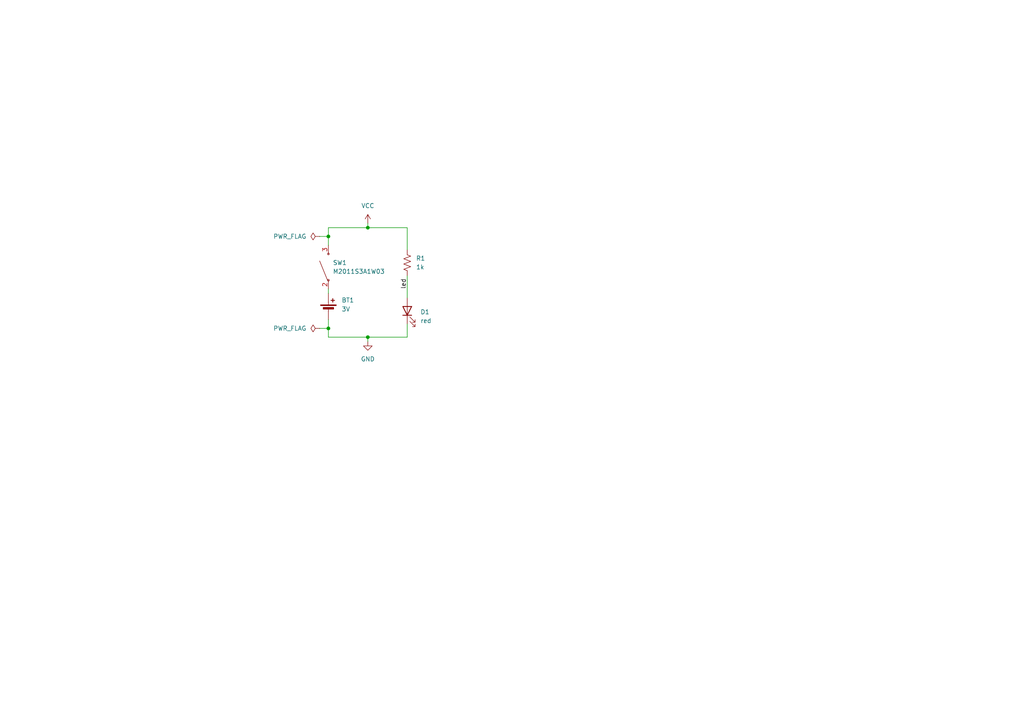
<source format=kicad_sch>
(kicad_sch (version 20231120) (generator "eeschema") (generator_version "8.0")
  (paper "A4")
  (title_block (title "Getting Started in KiCad 8.0") (date "2024-10-01"))
  (lib_symbols
    (symbol "Device:Battery_Cell" (pin_numbers hide) (pin_names (offset 0) hide)
      (property "Reference" "BT" (at 2.54 2.54 0))
      (property "Value" "Battery_Cell" (at 2.54 0 0))
      (symbol "Battery_Cell_0_1"
        (rectangle (start -2.286 1.778) (end 2.286 1.524) (fill (type outline)))
        (rectangle (start -1.524 1.016) (end 1.524 0.508) (fill (type outline)))
        (polyline (pts (xy 0 0.762) (xy 0 0)))
        (polyline (pts (xy 0 1.778) (xy 0 2.54)))
        (polyline (pts (xy 0.762 3.048) (xy 1.778 3.048)) (stroke (width 0.254)))
        (polyline (pts (xy 1.27 3.556) (xy 1.27 2.54)) (stroke (width 0.254)))
      )
      (symbol "Battery_Cell_1_1"
        (pin passive line (at 0 5.08 270) (length 2.54) (name "+") (number "1"))
        (pin passive line (at 0 -2.54 90) (length 2.54) (name "-") (number "2"))
      )
    )
    (symbol "Device:LED" (pin_numbers hide) (pin_names (offset 1.016) hide)
      (property "Reference" "D" (at 0 2.54 0))
      (property "Value" "LED" (at 0 -2.54 0))
      (symbol "LED_0_1"
        (polyline (pts (xy -1.27 -1.27) (xy -1.27 1.27)) (stroke (width 0.254)))
        (polyline (pts (xy -1.27 0) (xy 1.27 0)))
        (polyline (pts (xy 1.27 -1.27) (xy 1.27 1.27) (xy -1.27 0) (xy 1.27 -1.27)) (stroke (width 0.254)))
        (polyline (pts (xy -3.048 -0.762) (xy -4.572 -2.286) (xy -3.81 -2.286) (xy -4.572 -2.286) (xy -4.572 -1.524)))
        (polyline (pts (xy -1.778 -0.762) (xy -3.302 -2.286) (xy -2.54 -2.286) (xy -3.302 -2.286) (xy -3.302 -1.524)))
      )
      (symbol "LED_1_1"
        (pin passive line (at -3.81 0 0) (length 2.54) (name "K") (number "1"))
        (pin passive line (at 3.81 0 180) (length 2.54) (name "A") (number "2"))
      )
    )
    (symbol "Device:R_US" (pin_numbers hide) (pin_names (offset 0))
      (property "Reference" "R" (at 2.54 0 90))
      (property "Value" "R_US" (at -2.54 0 90))
      (symbol "R_US_0_1"
        (polyline (pts (xy 0 -2.286) (xy 0 -2.54)))
        (polyline (pts (xy 0 2.286) (xy 0 2.54)))
        (polyline (pts (xy 0 -0.762) (xy 1.016 -1.143) (xy 0 -1.524) (xy -1.016 -1.905) (xy 0 -2.286)))
        (polyline (pts (xy 0 0.762) (xy 1.016 0.381) (xy 0 0) (xy -1.016 -0.381) (xy 0 -0.762)))
        (polyline (pts (xy 0 2.286) (xy 1.016 1.905) (xy 0 1.524) (xy -1.016 1.143) (xy 0 0.762)))
      )
      (symbol "R_US_1_1"
        (pin passive line (at 0 3.81 270) (length 1.27) (name "~") (number "1"))
        (pin passive line (at 0 -3.81 90) (length 1.27) (name "~") (number "2"))
      )
    )
    (symbol "getting-started:M2011S3A1W03" (pin_names hide)
      (property "Reference" "SW" (at 0 3.556 0))
      (property "Value" "M2011S3A1W03" (at -6.35 -1.778 0))
      (symbol "M2011S3A1W03_0_1"
        (circle (center -3.81 0) (radius 0.254))
        (polyline (pts (xy -3.81 0.254) (xy 1.778 2.54)))
        (circle (center 3.81 0) (radius 0.254))
      )
      (symbol "M2011S3A1W03_1_1"
        (pin passive line (at -6.35 0 0) (length 2.54) (name "A") (number "2"))
        (pin passive line (at 6.35 0 180) (length 2.54) (name "B") (number "3"))
      )
    )
    (symbol "power:GND" (power) (pin_numbers hide) (pin_names (offset 0) hide)
      (property "Value" "GND" (at 0 -3.81 0))
      (symbol "GND_0_1"
        (polyline (pts (xy 0 0) (xy 0 -1.27) (xy 1.27 -1.27) (xy 0 -2.54) (xy -1.27 -1.27) (xy 0 -1.27)))
      )
      (symbol "GND_1_1"
        (pin power_in line (at 0 0 270) (length 0) (name "~") (number "1"))
      )
    )
    (symbol "power:PWR_FLAG" (power) (pin_numbers hide) (pin_names (offset 0) hide)
      (property "Value" "PWR_FLAG" (at 0 3.81 0))
      (symbol "PWR_FLAG_0_0"
        (pin power_out line (at 0 0 90) (length 0) (name "~") (number "1"))
      )
      (symbol "PWR_FLAG_0_1"
        (polyline (pts (xy 0 0) (xy 0 1.27) (xy -1.016 1.905) (xy 0 2.54) (xy 1.016 1.905) (xy 0 1.27)))
      )
    )
    (symbol "power:VCC" (power) (pin_numbers hide) (pin_names (offset 0) hide)
      (property "Value" "VCC" (at 0 3.556 0))
      (symbol "VCC_0_1"
        (polyline (pts (xy -0.762 1.27) (xy 0 2.54)))
        (polyline (pts (xy 0 0) (xy 0 2.54)))
        (polyline (pts (xy 0 2.54) (xy 0.762 1.27)))
      )
      (symbol "VCC_1_1"
        (pin power_in line (at 0 0 90) (length 0) (name "~") (number "1"))
      )
    )
  )
  (junction (at 106.68 66.04))
  (junction (at 106.68 97.79))
  (junction (at 95.25 68.58))
  (junction (at 95.25 95.25))
  (wire (pts (xy 95.25 97.79) (xy 106.68 97.79)))
  (wire (pts (xy 95.25 92.71) (xy 95.25 95.25)))
  (wire (pts (xy 118.11 93.98) (xy 118.11 97.79)))
  (wire (pts (xy 95.25 66.04) (xy 95.25 68.58)))
  (wire (pts (xy 106.68 97.79) (xy 106.68 99.06)))
  (wire (pts (xy 106.68 64.77) (xy 106.68 66.04)))
  (wire (pts (xy 118.11 80.01) (xy 118.11 86.36)))
  (wire (pts (xy 95.25 83.82) (xy 95.25 85.09)))
  (wire (pts (xy 106.68 66.04) (xy 95.25 66.04)))
  (wire (pts (xy 92.71 95.25) (xy 95.25 95.25)))
  (wire (pts (xy 118.11 66.04) (xy 106.68 66.04)))
  (wire (pts (xy 95.25 68.58) (xy 95.25 71.12)))
  (wire (pts (xy 95.25 95.25) (xy 95.25 97.79)))
  (wire (pts (xy 106.68 97.79) (xy 118.11 97.79)))
  (wire (pts (xy 118.11 72.39) (xy 118.11 66.04)))
  (wire (pts (xy 92.71 68.58) (xy 95.25 68.58)))
  (label "led" (at 118.11 83.82 90))
  (symbol (lib_id "Device:LED") (at 118.11 90.17 90) (unit 1)
    (property "Reference" "D1" (at 121.92 90.4874 90) (effects (justify right)))
    (property "Value" "red" (at 121.92 93.0274 90) (effects (justify right)))
    (property "Footprint" "LED_SMD:LED_1206_3216Metric" (effects (hide yes)))
    (property "Description" "Light emitting diode" (effects (hide yes)))
  )
  (symbol (lib_id "power:PWR_FLAG") (at 92.71 68.58 90) (unit 1)
    (property "Reference" "#FLG02" (effects (hide yes)))
    (property "Value" "PWR_FLAG" (at 88.9 68.5799 90) (effects (justify left)))
    (property "Description" "Special symbol for telling ERC where power comes from" (effects (hide yes)))
  )
  (symbol (lib_id "Device:Battery_Cell") (at 95.25 90.17 0) (unit 1)
    (property "Reference" "BT1" (at 99.06 87.0584 0) (effects (justify left)))
    (property "Value" "3V" (at 99.06 89.662 0) (effects (justify left)))
    (property "Footprint" "Battery:BatteryHolder_Keystone_1057_1x2032" (effects (hide yes)))
    (property "Description" "Single-cell battery" (effects (hide yes)))
  )
  (symbol (lib_id "getting-started:M2011S3A1W03") (at 95.25 77.47 90) (unit 1)
    (property "Reference" "SW1" (at 96.52 76.1999 90) (effects (justify right)))
    (property "Value" "M2011S3A1W03" (at 96.52 78.7399 90) (effects (justify right)))
    (property "Footprint" "getting-started:Switch_Toggle_SPST_NKK_M2011S3A1x03" (effects (hide yes)))
  )
  (symbol (lib_id "Device:R_US") (at 118.11 76.2 0) (unit 1)
    (property "Reference" "R1" (at 120.65 74.9299 0) (effects (justify left)))
    (property "Value" "1k" (at 120.65 77.4699 0) (effects (justify left)))
    (property "Footprint" "Resistor_SMD:R_1206_3216Metric" (effects (hide yes)))
    (property "Description" "Resistor, US symbol" (effects (hide yes)))
  )
  (symbol (lib_id "power:VCC") (at 106.68 64.77 0) (unit 1)
    (property "Reference" "#PWR01" (effects (hide yes)))
    (property "Value" "VCC" (at 106.68 59.69 0))
    (property "Description" "Power symbol creates a global label with name \"VCC\"" (effects (hide yes)))
  )
  (symbol (lib_id "power:PWR_FLAG") (at 92.71 95.25 90) (unit 1)
    (property "Reference" "#FLG01" (effects (hide yes)))
    (property "Value" "PWR_FLAG" (at 88.9 95.2499 90) (effects (justify left)))
    (property "Description" "Special symbol for telling ERC where power comes from" (effects (hide yes)))
  )
  (symbol (lib_id "power:GND") (at 106.68 99.06 0) (unit 1)
    (property "Reference" "#PWR02" (effects (hide yes)))
    (property "Value" "GND" (at 106.68 104.14 0))
    (property "Description" "Power symbol creates a global label with name \"GND\" , ground" (effects (hide yes)))
  )
)
</source>
